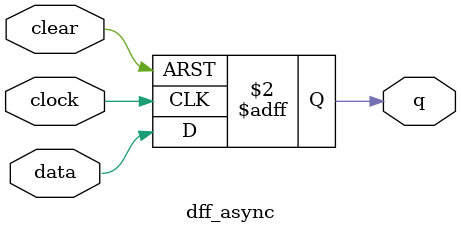
<source format=v>
module dff_async (data, clock, clear, q); 
    // port list 
    input   data, clock, clear; 
    output  q; 

    // reg / wire declaration for outputs / inouts 
    reg     q; 

    // reg / wire declaration for internal signals 

    // logic begins here 
    always @(negedge clock or posedge clear) 
        if(clear) 
            q <= 1'b0; 
        else  
            q <= data; 
endmodule 

</source>
